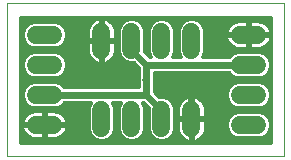
<source format=gtl>
G75*
%MOIN*%
%OFA0B0*%
%FSLAX25Y25*%
%IPPOS*%
%LPD*%
%AMOC8*
5,1,8,0,0,1.08239X$1,22.5*
%
%ADD10C,0.00000*%
%ADD11C,0.05937*%
%ADD12C,0.02400*%
%ADD13C,0.02600*%
%ADD14C,0.01000*%
D10*
X0010500Y0010500D02*
X0010500Y0061500D01*
X0103000Y0061500D01*
X0103000Y0010500D01*
X0010500Y0010500D01*
D11*
X0020031Y0021000D02*
X0025969Y0021000D01*
X0025969Y0031000D02*
X0020031Y0031000D01*
X0020031Y0041000D02*
X0025969Y0041000D01*
X0025969Y0051000D02*
X0020031Y0051000D01*
X0042000Y0051969D02*
X0042000Y0046031D01*
X0052000Y0046031D02*
X0052000Y0051969D01*
X0062000Y0051969D02*
X0062000Y0046031D01*
X0072000Y0046031D02*
X0072000Y0051969D01*
X0088031Y0051000D02*
X0093969Y0051000D01*
X0093969Y0041000D02*
X0088031Y0041000D01*
X0088031Y0031000D02*
X0093969Y0031000D01*
X0093969Y0021000D02*
X0088031Y0021000D01*
X0072000Y0020031D02*
X0072000Y0025969D01*
X0062000Y0025969D02*
X0062000Y0020031D01*
X0052000Y0020031D02*
X0052000Y0025969D01*
X0042000Y0025969D02*
X0042000Y0020031D01*
D12*
X0035000Y0020000D02*
X0035000Y0023500D01*
X0034000Y0023500D01*
X0023000Y0031000D02*
X0057000Y0031000D01*
X0057000Y0036000D01*
X0057000Y0041000D01*
X0091000Y0041000D01*
X0074500Y0036000D02*
X0072000Y0033500D01*
X0072000Y0023000D01*
X0062000Y0023000D02*
X0062000Y0026000D01*
X0057000Y0031000D01*
X0057000Y0041000D02*
X0052000Y0046000D01*
X0052000Y0049000D01*
X0040500Y0038000D02*
X0040500Y0035500D01*
X0039500Y0036000D01*
D13*
X0039500Y0036000D03*
X0057000Y0036000D03*
X0074500Y0036000D03*
X0034000Y0023500D03*
D14*
X0037731Y0022990D02*
X0029970Y0022990D01*
X0030110Y0022715D02*
X0029790Y0023342D01*
X0029377Y0023911D01*
X0028880Y0024408D01*
X0028311Y0024822D01*
X0027684Y0025141D01*
X0027015Y0025358D01*
X0026320Y0025468D01*
X0023484Y0025468D01*
X0023484Y0021484D01*
X0022516Y0021484D01*
X0022516Y0020516D01*
X0023484Y0020516D01*
X0023484Y0016531D01*
X0026320Y0016531D01*
X0027015Y0016642D01*
X0027684Y0016859D01*
X0028311Y0017178D01*
X0028880Y0017592D01*
X0029377Y0018089D01*
X0029790Y0018658D01*
X0030110Y0019285D01*
X0030327Y0019954D01*
X0030416Y0020516D01*
X0023484Y0020516D01*
X0023484Y0021484D01*
X0030416Y0021484D01*
X0030327Y0022046D01*
X0030110Y0022715D01*
X0030336Y0021991D02*
X0037731Y0021991D01*
X0037731Y0020993D02*
X0023484Y0020993D01*
X0022516Y0020993D02*
X0015000Y0020993D01*
X0015584Y0020516D02*
X0015673Y0019954D01*
X0015890Y0019285D01*
X0016210Y0018658D01*
X0016623Y0018089D01*
X0017120Y0017592D01*
X0017689Y0017178D01*
X0018316Y0016859D01*
X0018985Y0016642D01*
X0019680Y0016531D01*
X0022516Y0016531D01*
X0022516Y0020516D01*
X0015584Y0020516D01*
X0015667Y0019994D02*
X0015000Y0019994D01*
X0015000Y0018996D02*
X0016038Y0018996D01*
X0016715Y0017997D02*
X0015000Y0017997D01*
X0015000Y0016999D02*
X0018042Y0016999D01*
X0015000Y0016000D02*
X0040579Y0016000D01*
X0041151Y0015763D02*
X0042849Y0015763D01*
X0044418Y0016413D01*
X0045619Y0017614D01*
X0046268Y0019182D01*
X0046268Y0026818D01*
X0045619Y0028386D01*
X0045505Y0028500D01*
X0048495Y0028500D01*
X0048381Y0028386D01*
X0047731Y0026818D01*
X0047731Y0019182D01*
X0048381Y0017614D01*
X0049582Y0016413D01*
X0051151Y0015763D01*
X0052849Y0015763D01*
X0054418Y0016413D01*
X0055619Y0017614D01*
X0056268Y0019182D01*
X0056268Y0026818D01*
X0055619Y0028386D01*
X0055505Y0028500D01*
X0055964Y0028500D01*
X0057731Y0026733D01*
X0057731Y0019182D01*
X0058381Y0017614D01*
X0059582Y0016413D01*
X0061151Y0015763D01*
X0062849Y0015763D01*
X0064418Y0016413D01*
X0065619Y0017614D01*
X0066268Y0019182D01*
X0066268Y0026818D01*
X0065619Y0028386D01*
X0064418Y0029587D01*
X0062849Y0030237D01*
X0061299Y0030237D01*
X0059500Y0032036D01*
X0059500Y0035241D01*
X0059600Y0035483D01*
X0059600Y0036517D01*
X0059500Y0036759D01*
X0059500Y0038500D01*
X0084495Y0038500D01*
X0085614Y0037381D01*
X0087182Y0036731D01*
X0094818Y0036731D01*
X0096386Y0037381D01*
X0097587Y0038582D01*
X0098237Y0040151D01*
X0098237Y0041849D01*
X0097587Y0043418D01*
X0096386Y0044619D01*
X0094818Y0045268D01*
X0087182Y0045268D01*
X0085614Y0044619D01*
X0084495Y0043500D01*
X0075505Y0043500D01*
X0075619Y0043614D01*
X0076268Y0045182D01*
X0076268Y0052818D01*
X0075619Y0054386D01*
X0074418Y0055587D01*
X0072849Y0056237D01*
X0071151Y0056237D01*
X0069582Y0055587D01*
X0068381Y0054386D01*
X0067731Y0052818D01*
X0067731Y0045182D01*
X0068381Y0043614D01*
X0068495Y0043500D01*
X0065505Y0043500D01*
X0065619Y0043614D01*
X0066268Y0045182D01*
X0066268Y0052818D01*
X0065619Y0054386D01*
X0064418Y0055587D01*
X0062849Y0056237D01*
X0061151Y0056237D01*
X0059582Y0055587D01*
X0058381Y0054386D01*
X0057731Y0052818D01*
X0057731Y0045182D01*
X0058381Y0043614D01*
X0058495Y0043500D01*
X0058036Y0043500D01*
X0056268Y0045267D01*
X0056268Y0052818D01*
X0055619Y0054386D01*
X0054418Y0055587D01*
X0052849Y0056237D01*
X0051151Y0056237D01*
X0049582Y0055587D01*
X0048381Y0054386D01*
X0047731Y0052818D01*
X0047731Y0045182D01*
X0048381Y0043614D01*
X0049582Y0042413D01*
X0051151Y0041763D01*
X0052701Y0041763D01*
X0054500Y0039964D01*
X0030160Y0039964D01*
X0030237Y0040151D02*
X0030237Y0041849D01*
X0029587Y0043418D01*
X0028386Y0044619D01*
X0026818Y0045268D01*
X0019182Y0045268D01*
X0017614Y0044619D01*
X0016413Y0043418D01*
X0015763Y0041849D01*
X0015763Y0040151D01*
X0016413Y0038582D01*
X0017614Y0037381D01*
X0019182Y0036731D01*
X0026818Y0036731D01*
X0028386Y0037381D01*
X0029587Y0038582D01*
X0030237Y0040151D01*
X0030237Y0040963D02*
X0053502Y0040963D01*
X0054500Y0039964D02*
X0054500Y0036759D01*
X0054400Y0036517D01*
X0054400Y0035483D01*
X0054500Y0035241D01*
X0054500Y0033500D01*
X0029505Y0033500D01*
X0028386Y0034619D01*
X0026818Y0035268D01*
X0019182Y0035268D01*
X0017614Y0034619D01*
X0016413Y0033418D01*
X0015763Y0031849D01*
X0015763Y0030151D01*
X0016413Y0028582D01*
X0017614Y0027381D01*
X0019182Y0026731D01*
X0026818Y0026731D01*
X0028386Y0027381D01*
X0029505Y0028500D01*
X0038495Y0028500D01*
X0038381Y0028386D01*
X0037731Y0026818D01*
X0037731Y0019182D01*
X0038381Y0017614D01*
X0039582Y0016413D01*
X0041151Y0015763D01*
X0043421Y0016000D02*
X0050579Y0016000D01*
X0048996Y0016999D02*
X0045004Y0016999D01*
X0045777Y0017997D02*
X0048223Y0017997D01*
X0047809Y0018996D02*
X0046191Y0018996D01*
X0046268Y0019994D02*
X0047731Y0019994D01*
X0047731Y0020993D02*
X0046268Y0020993D01*
X0046268Y0021991D02*
X0047731Y0021991D01*
X0047731Y0022990D02*
X0046268Y0022990D01*
X0046268Y0023988D02*
X0047731Y0023988D01*
X0047731Y0024987D02*
X0046268Y0024987D01*
X0046268Y0025985D02*
X0047731Y0025985D01*
X0047800Y0026984D02*
X0046200Y0026984D01*
X0045786Y0027982D02*
X0048214Y0027982D01*
X0055786Y0027982D02*
X0056482Y0027982D01*
X0056200Y0026984D02*
X0057481Y0026984D01*
X0057731Y0025985D02*
X0056268Y0025985D01*
X0056268Y0024987D02*
X0057731Y0024987D01*
X0057731Y0023988D02*
X0056268Y0023988D01*
X0056268Y0022990D02*
X0057731Y0022990D01*
X0057731Y0021991D02*
X0056268Y0021991D01*
X0056268Y0020993D02*
X0057731Y0020993D01*
X0057731Y0019994D02*
X0056268Y0019994D01*
X0056191Y0018996D02*
X0057809Y0018996D01*
X0058223Y0017997D02*
X0055777Y0017997D01*
X0055004Y0016999D02*
X0058996Y0016999D01*
X0060579Y0016000D02*
X0053421Y0016000D01*
X0063421Y0016000D02*
X0070070Y0016000D01*
X0070285Y0015890D02*
X0070954Y0015673D01*
X0071516Y0015584D01*
X0071516Y0022516D01*
X0072484Y0022516D01*
X0072484Y0015584D01*
X0073046Y0015673D01*
X0073715Y0015890D01*
X0074342Y0016210D01*
X0074911Y0016623D01*
X0075408Y0017120D01*
X0075822Y0017689D01*
X0076141Y0018316D01*
X0076358Y0018985D01*
X0076468Y0019680D01*
X0076468Y0022516D01*
X0072484Y0022516D01*
X0072484Y0023484D01*
X0076468Y0023484D01*
X0076468Y0026320D01*
X0076358Y0027015D01*
X0076141Y0027684D01*
X0075822Y0028311D01*
X0075408Y0028880D01*
X0074911Y0029377D01*
X0074342Y0029790D01*
X0073715Y0030110D01*
X0073046Y0030327D01*
X0072484Y0030416D01*
X0072484Y0023484D01*
X0071516Y0023484D01*
X0071516Y0022516D01*
X0067531Y0022516D01*
X0067531Y0019680D01*
X0067642Y0018985D01*
X0067859Y0018316D01*
X0068178Y0017689D01*
X0068592Y0017120D01*
X0069089Y0016623D01*
X0069658Y0016210D01*
X0070285Y0015890D01*
X0071516Y0016000D02*
X0072484Y0016000D01*
X0072484Y0016999D02*
X0071516Y0016999D01*
X0071516Y0017997D02*
X0072484Y0017997D01*
X0072484Y0018996D02*
X0071516Y0018996D01*
X0071516Y0019994D02*
X0072484Y0019994D01*
X0072484Y0020993D02*
X0071516Y0020993D01*
X0071516Y0021991D02*
X0072484Y0021991D01*
X0072484Y0022990D02*
X0084235Y0022990D01*
X0084413Y0023418D02*
X0083763Y0021849D01*
X0083763Y0020151D01*
X0084413Y0018582D01*
X0085614Y0017381D01*
X0087182Y0016731D01*
X0094818Y0016731D01*
X0096386Y0017381D01*
X0097587Y0018582D01*
X0098237Y0020151D01*
X0098237Y0021849D01*
X0097587Y0023418D01*
X0096386Y0024619D01*
X0094818Y0025268D01*
X0087182Y0025268D01*
X0085614Y0024619D01*
X0084413Y0023418D01*
X0084983Y0023988D02*
X0076468Y0023988D01*
X0076468Y0024987D02*
X0086502Y0024987D01*
X0087182Y0026731D02*
X0085614Y0027381D01*
X0084413Y0028582D01*
X0083763Y0030151D01*
X0083763Y0031849D01*
X0084413Y0033418D01*
X0085614Y0034619D01*
X0087182Y0035268D01*
X0094818Y0035268D01*
X0096386Y0034619D01*
X0097587Y0033418D01*
X0098237Y0031849D01*
X0098237Y0030151D01*
X0097587Y0028582D01*
X0096386Y0027381D01*
X0094818Y0026731D01*
X0087182Y0026731D01*
X0086574Y0026984D02*
X0076363Y0026984D01*
X0076468Y0025985D02*
X0098500Y0025985D01*
X0098500Y0026984D02*
X0095426Y0026984D01*
X0096987Y0027982D02*
X0098500Y0027982D01*
X0098500Y0028981D02*
X0097752Y0028981D01*
X0098166Y0029979D02*
X0098500Y0029979D01*
X0098500Y0030978D02*
X0098237Y0030978D01*
X0098184Y0031976D02*
X0098500Y0031976D01*
X0098500Y0032975D02*
X0097771Y0032975D01*
X0098500Y0033973D02*
X0097032Y0033973D01*
X0098500Y0034972D02*
X0095534Y0034972D01*
X0095390Y0036969D02*
X0098500Y0036969D01*
X0098500Y0037967D02*
X0096972Y0037967D01*
X0097746Y0038966D02*
X0098500Y0038966D01*
X0098500Y0039964D02*
X0098160Y0039964D01*
X0098237Y0040963D02*
X0098500Y0040963D01*
X0098500Y0041961D02*
X0098191Y0041961D01*
X0098500Y0042960D02*
X0097777Y0042960D01*
X0098500Y0043958D02*
X0097047Y0043958D01*
X0098500Y0044957D02*
X0095570Y0044957D01*
X0095015Y0046642D02*
X0094320Y0046531D01*
X0091484Y0046531D01*
X0091484Y0050516D01*
X0090516Y0050516D01*
X0090516Y0046531D01*
X0087680Y0046531D01*
X0086985Y0046642D01*
X0086316Y0046859D01*
X0085689Y0047178D01*
X0085120Y0047592D01*
X0084623Y0048089D01*
X0084210Y0048658D01*
X0083890Y0049285D01*
X0083673Y0049954D01*
X0083584Y0050516D01*
X0090516Y0050516D01*
X0090516Y0051484D01*
X0083584Y0051484D01*
X0083673Y0052046D01*
X0083890Y0052715D01*
X0084210Y0053342D01*
X0084623Y0053911D01*
X0085120Y0054408D01*
X0085689Y0054822D01*
X0086316Y0055141D01*
X0086985Y0055358D01*
X0087680Y0055468D01*
X0090516Y0055468D01*
X0090516Y0051484D01*
X0091484Y0051484D01*
X0091484Y0055468D01*
X0094320Y0055468D01*
X0095015Y0055358D01*
X0095684Y0055141D01*
X0096311Y0054822D01*
X0096880Y0054408D01*
X0097377Y0053911D01*
X0097790Y0053342D01*
X0098110Y0052715D01*
X0098327Y0052046D01*
X0098416Y0051484D01*
X0091484Y0051484D01*
X0091484Y0050516D01*
X0098416Y0050516D01*
X0098327Y0049954D01*
X0098110Y0049285D01*
X0097790Y0048658D01*
X0097377Y0048089D01*
X0096880Y0047592D01*
X0096311Y0047178D01*
X0095684Y0046859D01*
X0095015Y0046642D01*
X0095870Y0046954D02*
X0098500Y0046954D01*
X0098500Y0047952D02*
X0097240Y0047952D01*
X0097940Y0048951D02*
X0098500Y0048951D01*
X0098500Y0049949D02*
X0098326Y0049949D01*
X0098500Y0050948D02*
X0091484Y0050948D01*
X0090516Y0050948D02*
X0076268Y0050948D01*
X0076268Y0049949D02*
X0083674Y0049949D01*
X0084060Y0048951D02*
X0076268Y0048951D01*
X0076268Y0047952D02*
X0084760Y0047952D01*
X0086130Y0046954D02*
X0076268Y0046954D01*
X0076268Y0045955D02*
X0098500Y0045955D01*
X0091484Y0046954D02*
X0090516Y0046954D01*
X0090516Y0047952D02*
X0091484Y0047952D01*
X0091484Y0048951D02*
X0090516Y0048951D01*
X0090516Y0049949D02*
X0091484Y0049949D01*
X0091484Y0051946D02*
X0090516Y0051946D01*
X0090516Y0052945D02*
X0091484Y0052945D01*
X0091484Y0053943D02*
X0090516Y0053943D01*
X0090516Y0054942D02*
X0091484Y0054942D01*
X0096075Y0054942D02*
X0098500Y0054942D01*
X0098500Y0055940D02*
X0073565Y0055940D01*
X0075063Y0054942D02*
X0085925Y0054942D01*
X0084656Y0053943D02*
X0075802Y0053943D01*
X0076216Y0052945D02*
X0084007Y0052945D01*
X0083657Y0051946D02*
X0076268Y0051946D01*
X0070435Y0055940D02*
X0063565Y0055940D01*
X0065063Y0054942D02*
X0068937Y0054942D01*
X0068198Y0053943D02*
X0065802Y0053943D01*
X0066216Y0052945D02*
X0067784Y0052945D01*
X0067731Y0051946D02*
X0066268Y0051946D01*
X0066268Y0050948D02*
X0067731Y0050948D01*
X0067731Y0049949D02*
X0066268Y0049949D01*
X0066268Y0048951D02*
X0067731Y0048951D01*
X0067731Y0047952D02*
X0066268Y0047952D01*
X0066268Y0046954D02*
X0067731Y0046954D01*
X0067731Y0045955D02*
X0066268Y0045955D01*
X0066175Y0044957D02*
X0067825Y0044957D01*
X0068239Y0043958D02*
X0065761Y0043958D01*
X0058239Y0043958D02*
X0057577Y0043958D01*
X0057825Y0044957D02*
X0056579Y0044957D01*
X0056268Y0045955D02*
X0057731Y0045955D01*
X0057731Y0046954D02*
X0056268Y0046954D01*
X0056268Y0047952D02*
X0057731Y0047952D01*
X0057731Y0048951D02*
X0056268Y0048951D01*
X0056268Y0049949D02*
X0057731Y0049949D01*
X0057731Y0050948D02*
X0056268Y0050948D01*
X0056268Y0051946D02*
X0057731Y0051946D01*
X0057784Y0052945D02*
X0056216Y0052945D01*
X0055802Y0053943D02*
X0058198Y0053943D01*
X0058937Y0054942D02*
X0055063Y0054942D01*
X0053565Y0055940D02*
X0060435Y0055940D01*
X0050435Y0055940D02*
X0044047Y0055940D01*
X0044342Y0055790D02*
X0043715Y0056110D01*
X0043046Y0056327D01*
X0042484Y0056416D01*
X0042484Y0049484D01*
X0041516Y0049484D01*
X0041516Y0048516D01*
X0037531Y0048516D01*
X0037531Y0045680D01*
X0037642Y0044985D01*
X0037859Y0044316D01*
X0038178Y0043689D01*
X0038592Y0043120D01*
X0039089Y0042623D01*
X0039658Y0042210D01*
X0040285Y0041890D01*
X0040954Y0041673D01*
X0041516Y0041584D01*
X0041516Y0048516D01*
X0042484Y0048516D01*
X0042484Y0041584D01*
X0043046Y0041673D01*
X0043715Y0041890D01*
X0044342Y0042210D01*
X0044911Y0042623D01*
X0045408Y0043120D01*
X0045822Y0043689D01*
X0046141Y0044316D01*
X0046358Y0044985D01*
X0046468Y0045680D01*
X0046468Y0048516D01*
X0042484Y0048516D01*
X0042484Y0049484D01*
X0046468Y0049484D01*
X0046468Y0052320D01*
X0046358Y0053015D01*
X0046141Y0053684D01*
X0045822Y0054311D01*
X0045408Y0054880D01*
X0044911Y0055377D01*
X0044342Y0055790D01*
X0045346Y0054942D02*
X0048937Y0054942D01*
X0048198Y0053943D02*
X0046009Y0053943D01*
X0046370Y0052945D02*
X0047784Y0052945D01*
X0047731Y0051946D02*
X0046468Y0051946D01*
X0046468Y0050948D02*
X0047731Y0050948D01*
X0047731Y0049949D02*
X0046468Y0049949D01*
X0047731Y0048951D02*
X0042484Y0048951D01*
X0041516Y0048951D02*
X0029740Y0048951D01*
X0029587Y0048582D02*
X0030237Y0050151D01*
X0030237Y0051849D01*
X0029587Y0053418D01*
X0028386Y0054619D01*
X0026818Y0055268D01*
X0019182Y0055268D01*
X0017614Y0054619D01*
X0016413Y0053418D01*
X0015763Y0051849D01*
X0015763Y0050151D01*
X0016413Y0048582D01*
X0017614Y0047381D01*
X0019182Y0046731D01*
X0026818Y0046731D01*
X0028386Y0047381D01*
X0029587Y0048582D01*
X0028957Y0047952D02*
X0037531Y0047952D01*
X0037531Y0046954D02*
X0027354Y0046954D01*
X0027570Y0044957D02*
X0037651Y0044957D01*
X0037531Y0045955D02*
X0015000Y0045955D01*
X0015000Y0044957D02*
X0018430Y0044957D01*
X0016953Y0043958D02*
X0015000Y0043958D01*
X0015000Y0042960D02*
X0016223Y0042960D01*
X0015809Y0041961D02*
X0015000Y0041961D01*
X0015000Y0040963D02*
X0015763Y0040963D01*
X0015840Y0039964D02*
X0015000Y0039964D01*
X0015000Y0038966D02*
X0016254Y0038966D01*
X0017028Y0037967D02*
X0015000Y0037967D01*
X0015000Y0036969D02*
X0018610Y0036969D01*
X0018466Y0034972D02*
X0015000Y0034972D01*
X0015000Y0035970D02*
X0054400Y0035970D01*
X0054500Y0034972D02*
X0027534Y0034972D01*
X0029032Y0033973D02*
X0054500Y0033973D01*
X0054500Y0036969D02*
X0027390Y0036969D01*
X0028972Y0037967D02*
X0054500Y0037967D01*
X0054500Y0038966D02*
X0029746Y0038966D01*
X0030191Y0041961D02*
X0040145Y0041961D01*
X0041516Y0041961D02*
X0042484Y0041961D01*
X0042484Y0042960D02*
X0041516Y0042960D01*
X0041516Y0043958D02*
X0042484Y0043958D01*
X0042484Y0044957D02*
X0041516Y0044957D01*
X0041516Y0045955D02*
X0042484Y0045955D01*
X0042484Y0046954D02*
X0041516Y0046954D01*
X0041516Y0047952D02*
X0042484Y0047952D01*
X0041516Y0049484D02*
X0037531Y0049484D01*
X0037531Y0052320D01*
X0037642Y0053015D01*
X0037859Y0053684D01*
X0038178Y0054311D01*
X0038592Y0054880D01*
X0039089Y0055377D01*
X0039658Y0055790D01*
X0040285Y0056110D01*
X0040954Y0056327D01*
X0041516Y0056416D01*
X0041516Y0049484D01*
X0041516Y0049949D02*
X0042484Y0049949D01*
X0042484Y0050948D02*
X0041516Y0050948D01*
X0041516Y0051946D02*
X0042484Y0051946D01*
X0042484Y0052945D02*
X0041516Y0052945D01*
X0041516Y0053943D02*
X0042484Y0053943D01*
X0042484Y0054942D02*
X0041516Y0054942D01*
X0041516Y0055940D02*
X0042484Y0055940D01*
X0039953Y0055940D02*
X0015000Y0055940D01*
X0015000Y0054942D02*
X0018394Y0054942D01*
X0016938Y0053943D02*
X0015000Y0053943D01*
X0015000Y0052945D02*
X0016217Y0052945D01*
X0015803Y0051946D02*
X0015000Y0051946D01*
X0015000Y0050948D02*
X0015763Y0050948D01*
X0015846Y0049949D02*
X0015000Y0049949D01*
X0015000Y0048951D02*
X0016260Y0048951D01*
X0017043Y0047952D02*
X0015000Y0047952D01*
X0015000Y0046954D02*
X0018646Y0046954D01*
X0029047Y0043958D02*
X0038041Y0043958D01*
X0038752Y0042960D02*
X0029777Y0042960D01*
X0030154Y0049949D02*
X0037531Y0049949D01*
X0037531Y0050948D02*
X0030237Y0050948D01*
X0030197Y0051946D02*
X0037531Y0051946D01*
X0037630Y0052945D02*
X0029783Y0052945D01*
X0029062Y0053943D02*
X0037991Y0053943D01*
X0038654Y0054942D02*
X0027606Y0054942D01*
X0015000Y0056939D02*
X0098500Y0056939D01*
X0098500Y0057000D02*
X0098500Y0015000D01*
X0015000Y0015000D01*
X0015000Y0057000D01*
X0098500Y0057000D01*
X0098500Y0053943D02*
X0097344Y0053943D01*
X0097993Y0052945D02*
X0098500Y0052945D01*
X0098500Y0051946D02*
X0098343Y0051946D01*
X0086430Y0044957D02*
X0076175Y0044957D01*
X0075761Y0043958D02*
X0084953Y0043958D01*
X0085028Y0037967D02*
X0059500Y0037967D01*
X0059500Y0036969D02*
X0086610Y0036969D01*
X0086466Y0034972D02*
X0059500Y0034972D01*
X0059500Y0033973D02*
X0084968Y0033973D01*
X0084229Y0032975D02*
X0059500Y0032975D01*
X0059559Y0031976D02*
X0083816Y0031976D01*
X0083763Y0030978D02*
X0060558Y0030978D01*
X0063472Y0029979D02*
X0070029Y0029979D01*
X0070285Y0030110D02*
X0069658Y0029790D01*
X0069089Y0029377D01*
X0068592Y0028880D01*
X0068178Y0028311D01*
X0067859Y0027684D01*
X0067642Y0027015D01*
X0067531Y0026320D01*
X0067531Y0023484D01*
X0071516Y0023484D01*
X0071516Y0030416D01*
X0070954Y0030327D01*
X0070285Y0030110D01*
X0071516Y0029979D02*
X0072484Y0029979D01*
X0072484Y0028981D02*
X0071516Y0028981D01*
X0071516Y0027982D02*
X0072484Y0027982D01*
X0072484Y0026984D02*
X0071516Y0026984D01*
X0071516Y0025985D02*
X0072484Y0025985D01*
X0072484Y0024987D02*
X0071516Y0024987D01*
X0071516Y0023988D02*
X0072484Y0023988D01*
X0071516Y0022990D02*
X0066268Y0022990D01*
X0066268Y0021991D02*
X0067531Y0021991D01*
X0067531Y0020993D02*
X0066268Y0020993D01*
X0066268Y0019994D02*
X0067531Y0019994D01*
X0067640Y0018996D02*
X0066191Y0018996D01*
X0065777Y0017997D02*
X0068021Y0017997D01*
X0068714Y0016999D02*
X0065004Y0016999D01*
X0073930Y0016000D02*
X0098500Y0016000D01*
X0098500Y0016999D02*
X0095462Y0016999D01*
X0097002Y0017997D02*
X0098500Y0017997D01*
X0098500Y0018996D02*
X0097758Y0018996D01*
X0098172Y0019994D02*
X0098500Y0019994D01*
X0098500Y0020993D02*
X0098237Y0020993D01*
X0098178Y0021991D02*
X0098500Y0021991D01*
X0098500Y0022990D02*
X0097765Y0022990D01*
X0098500Y0023988D02*
X0097017Y0023988D01*
X0098500Y0024987D02*
X0095498Y0024987D01*
X0085013Y0027982D02*
X0075989Y0027982D01*
X0075307Y0028981D02*
X0084248Y0028981D01*
X0083834Y0029979D02*
X0073971Y0029979D01*
X0068693Y0028981D02*
X0065024Y0028981D01*
X0065786Y0027982D02*
X0068011Y0027982D01*
X0067637Y0026984D02*
X0066200Y0026984D01*
X0066268Y0025985D02*
X0067531Y0025985D01*
X0067531Y0024987D02*
X0066268Y0024987D01*
X0066268Y0023988D02*
X0067531Y0023988D01*
X0076360Y0018996D02*
X0084242Y0018996D01*
X0083828Y0019994D02*
X0076468Y0019994D01*
X0076468Y0020993D02*
X0083763Y0020993D01*
X0083822Y0021991D02*
X0076468Y0021991D01*
X0075978Y0017997D02*
X0084998Y0017997D01*
X0086538Y0016999D02*
X0075286Y0016999D01*
X0098500Y0015001D02*
X0015000Y0015001D01*
X0022516Y0016999D02*
X0023484Y0016999D01*
X0023484Y0017997D02*
X0022516Y0017997D01*
X0022516Y0018996D02*
X0023484Y0018996D01*
X0023484Y0019994D02*
X0022516Y0019994D01*
X0022516Y0021484D02*
X0015584Y0021484D01*
X0015673Y0022046D01*
X0015890Y0022715D01*
X0016210Y0023342D01*
X0016623Y0023911D01*
X0017120Y0024408D01*
X0017689Y0024822D01*
X0018316Y0025141D01*
X0018985Y0025358D01*
X0019680Y0025468D01*
X0022516Y0025468D01*
X0022516Y0021484D01*
X0022516Y0021991D02*
X0023484Y0021991D01*
X0023484Y0022990D02*
X0022516Y0022990D01*
X0022516Y0023988D02*
X0023484Y0023988D01*
X0023484Y0024987D02*
X0022516Y0024987D01*
X0018574Y0026984D02*
X0015000Y0026984D01*
X0015000Y0027982D02*
X0017013Y0027982D01*
X0016248Y0028981D02*
X0015000Y0028981D01*
X0015000Y0029979D02*
X0015834Y0029979D01*
X0015763Y0030978D02*
X0015000Y0030978D01*
X0015000Y0031976D02*
X0015816Y0031976D01*
X0016229Y0032975D02*
X0015000Y0032975D01*
X0015000Y0033973D02*
X0016968Y0033973D01*
X0027426Y0026984D02*
X0037800Y0026984D01*
X0037731Y0025985D02*
X0015000Y0025985D01*
X0015000Y0024987D02*
X0018013Y0024987D01*
X0016700Y0023988D02*
X0015000Y0023988D01*
X0015000Y0022990D02*
X0016030Y0022990D01*
X0015664Y0021991D02*
X0015000Y0021991D01*
X0027987Y0024987D02*
X0037731Y0024987D01*
X0037731Y0023988D02*
X0029300Y0023988D01*
X0028987Y0027982D02*
X0038214Y0027982D01*
X0037731Y0019994D02*
X0030333Y0019994D01*
X0029962Y0018996D02*
X0037809Y0018996D01*
X0038223Y0017997D02*
X0029285Y0017997D01*
X0027958Y0016999D02*
X0038996Y0016999D01*
X0059600Y0035970D02*
X0098500Y0035970D01*
X0050672Y0041961D02*
X0043855Y0041961D01*
X0045248Y0042960D02*
X0049035Y0042960D01*
X0048239Y0043958D02*
X0045959Y0043958D01*
X0046349Y0044957D02*
X0047825Y0044957D01*
X0047731Y0045955D02*
X0046468Y0045955D01*
X0046468Y0046954D02*
X0047731Y0046954D01*
X0047731Y0047952D02*
X0046468Y0047952D01*
M02*

</source>
